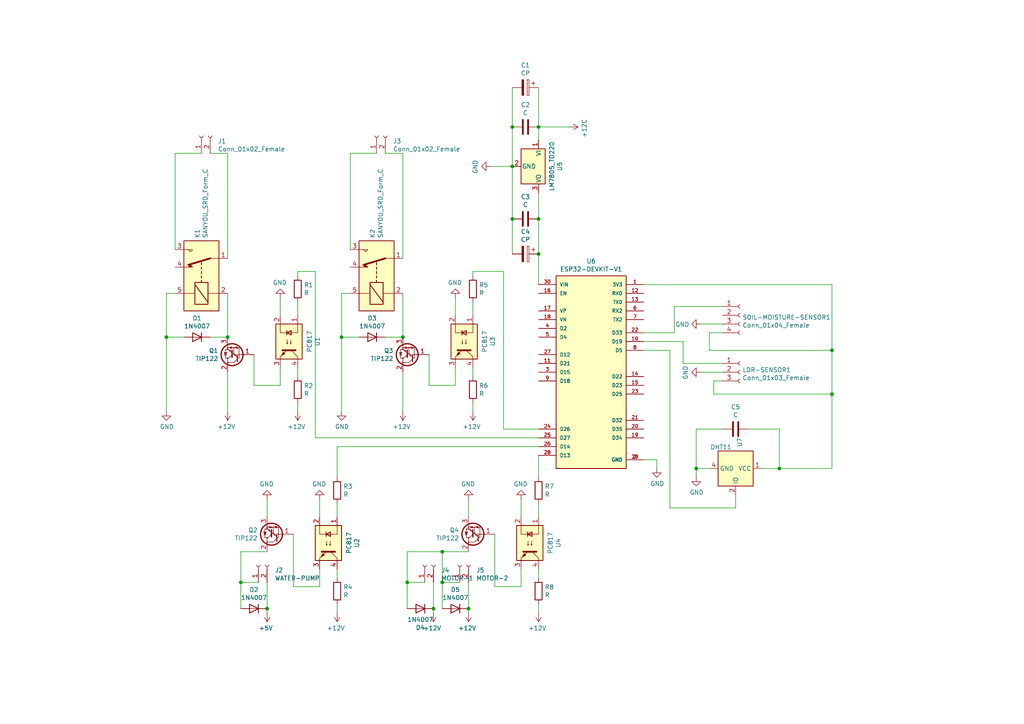
<source format=kicad_sch>
(kicad_sch (version 20211123) (generator eeschema)
  (paper "A4")
  (lib_symbols
    (symbol "Connector:Conn_01x02_Female" (pin_names (offset 1.016) hide)
      (property "Reference" "J" (at 0 2.54 0))
      (property "Value" "Conn_01x02_Female" (at 0 -5.08 0))
      (symbol "Conn_01x02_Female_1_1"
        (arc (start 0 -2.032) (mid -0.508 -2.54) (end 0 -3.048) (stroke (width 0.1524)))
        (polyline (pts (xy -1.27 -2.54) (xy -0.508 -2.54)) (stroke (width 0.1524)))
        (polyline (pts (xy -1.27 0) (xy -0.508 0)) (stroke (width 0.1524)))
        (arc (start 0 0.508) (mid -0.508 0) (end 0 -0.508) (stroke (width 0.1524)))
        (pin passive line (at -5.08 0 0) (length 3.81) (name "Pin_1") (number "1"))
        (pin passive line (at -5.08 -2.54 0) (length 3.81) (name "Pin_2") (number "2"))
      )
    )
    (symbol "Connector:Conn_01x03_Female" (pin_names (offset 1.016) hide)
      (property "Reference" "J" (at 0 5.08 0))
      (property "Value" "Conn_01x03_Female" (at 0 -5.08 0))
      (symbol "Conn_01x03_Female_1_1"
        (arc (start 0 -2.032) (mid -0.508 -2.54) (end 0 -3.048) (stroke (width 0.1524)))
        (polyline (pts (xy -1.27 -2.54) (xy -0.508 -2.54)) (stroke (width 0.1524)))
        (polyline (pts (xy -1.27 0) (xy -0.508 0)) (stroke (width 0.1524)))
        (polyline (pts (xy -1.27 2.54) (xy -0.508 2.54)) (stroke (width 0.1524)))
        (arc (start 0 0.508) (mid -0.508 0) (end 0 -0.508) (stroke (width 0.1524)))
        (arc (start 0 3.048) (mid -0.508 2.54) (end 0 2.032) (stroke (width 0.1524)))
        (pin passive line (at -5.08 2.54 0) (length 3.81) (name "Pin_1") (number "1"))
        (pin passive line (at -5.08 0 0) (length 3.81) (name "Pin_2") (number "2"))
        (pin passive line (at -5.08 -2.54 0) (length 3.81) (name "Pin_3") (number "3"))
      )
    )
    (symbol "Connector:Conn_01x04_Female" (pin_names (offset 1.016) hide)
      (property "Reference" "J" (at 0 5.08 0))
      (property "Value" "Conn_01x04_Female" (at 0 -7.62 0))
      (symbol "Conn_01x04_Female_1_1"
        (arc (start 0 -4.572) (mid -0.508 -5.08) (end 0 -5.588) (stroke (width 0.1524)))
        (arc (start 0 -2.032) (mid -0.508 -2.54) (end 0 -3.048) (stroke (width 0.1524)))
        (polyline (pts (xy -1.27 -5.08) (xy -0.508 -5.08)) (stroke (width 0.1524)))
        (polyline (pts (xy -1.27 -2.54) (xy -0.508 -2.54)) (stroke (width 0.1524)))
        (polyline (pts (xy -1.27 0) (xy -0.508 0)) (stroke (width 0.1524)))
        (polyline (pts (xy -1.27 2.54) (xy -0.508 2.54)) (stroke (width 0.1524)))
        (arc (start 0 0.508) (mid -0.508 0) (end 0 -0.508) (stroke (width 0.1524)))
        (arc (start 0 3.048) (mid -0.508 2.54) (end 0 2.032) (stroke (width 0.1524)))
        (pin passive line (at -5.08 2.54 0) (length 3.81) (name "Pin_1") (number "1"))
        (pin passive line (at -5.08 0 0) (length 3.81) (name "Pin_2") (number "2"))
        (pin passive line (at -5.08 -2.54 0) (length 3.81) (name "Pin_3") (number "3"))
        (pin passive line (at -5.08 -5.08 0) (length 3.81) (name "Pin_4") (number "4"))
      )
    )
    (symbol "Device:C" (pin_numbers hide) (pin_names (offset 0.254))
      (property "Reference" "C" (at 0.635 2.54 0))
      (property "Value" "C" (at 0.635 -2.54 0))
      (symbol "C_0_1"
        (polyline (pts (xy -2.032 -0.762) (xy 2.032 -0.762)) (stroke (width 0.508)))
        (polyline (pts (xy -2.032 0.762) (xy 2.032 0.762)) (stroke (width 0.508)))
      )
      (symbol "C_1_1"
        (pin passive line (at 0 3.81 270) (length 2.794) (name "~") (number "1"))
        (pin passive line (at 0 -3.81 90) (length 2.794) (name "~") (number "2"))
      )
    )
    (symbol "Device:R" (pin_numbers hide) (pin_names (offset 0))
      (property "Reference" "R" (at 2.032 0 90))
      (property "Value" "R" (at 0 0 90))
      (symbol "R_0_1"
        (rectangle (start -1.016 -2.54) (end 1.016 2.54) (stroke (width 0.254)))
      )
      (symbol "R_1_1"
        (pin passive line (at 0 3.81 270) (length 1.27) (name "~") (number "1"))
        (pin passive line (at 0 -3.81 90) (length 1.27) (name "~") (number "2"))
      )
    )
    (symbol "Diode:1N4007" (pin_numbers hide) (pin_names hide)
      (property "Reference" "D" (at 0 2.54 0))
      (property "Value" "1N4007" (at 0 -2.54 0))
      (symbol "1N4007_0_1"
        (polyline (pts (xy -1.27 1.27) (xy -1.27 -1.27)) (stroke (width 0.254)))
        (polyline (pts (xy 1.27 0) (xy -1.27 0)))
        (polyline (pts (xy 1.27 1.27) (xy 1.27 -1.27) (xy -1.27 0) (xy 1.27 1.27)) (stroke (width 0.254)))
      )
      (symbol "1N4007_1_1"
        (pin passive line (at -3.81 0 0) (length 2.54) (name "K") (number "1"))
        (pin passive line (at 3.81 0 180) (length 2.54) (name "A") (number "2"))
      )
    )
    (symbol "Isolator:PC817" (pin_names (offset 1.016))
      (property "Reference" "U" (at -5.08 5.08 0))
      (property "Value" "PC817" (at 0 5.08 0))
      (symbol "PC817_0_1"
        (rectangle (start -5.08 3.81) (end 5.08 -3.81) (stroke (width 0.254)) (fill (type background)))
        (polyline (pts (xy -3.175 -0.635) (xy -1.905 -0.635)) (stroke (width 0.254)))
        (polyline (pts (xy 2.54 0.635) (xy 4.445 2.54)))
        (polyline (pts (xy 4.445 -2.54) (xy 2.54 -0.635)) (fill (type outline)))
        (polyline (pts (xy 4.445 -2.54) (xy 5.08 -2.54)))
        (polyline (pts (xy 4.445 2.54) (xy 5.08 2.54)))
        (polyline (pts (xy -5.08 2.54) (xy -2.54 2.54) (xy -2.54 -0.635)))
        (polyline (pts (xy -2.54 -0.635) (xy -2.54 -2.54) (xy -5.08 -2.54)))
        (polyline (pts (xy 2.54 1.905) (xy 2.54 -1.905) (xy 2.54 -1.905)) (stroke (width 0.508)))
        (polyline (pts (xy -2.54 -0.635) (xy -3.175 0.635) (xy -1.905 0.635) (xy -2.54 -0.635)) (stroke (width 0.254)))
        (polyline (pts (xy -0.508 -0.508) (xy 0.762 -0.508) (xy 0.381 -0.635) (xy 0.381 -0.381) (xy 0.762 -0.508)))
        (polyline (pts (xy -0.508 0.508) (xy 0.762 0.508) (xy 0.381 0.381) (xy 0.381 0.635) (xy 0.762 0.508)))
        (polyline (pts (xy 3.048 -1.651) (xy 3.556 -1.143) (xy 4.064 -2.159) (xy 3.048 -1.651) (xy 3.048 -1.651)) (fill (type outline)))
      )
      (symbol "PC817_1_1"
        (pin passive line (at -7.62 2.54 0) (length 2.54) (name "~") (number "1"))
        (pin passive line (at -7.62 -2.54 0) (length 2.54) (name "~") (number "2"))
        (pin passive line (at 7.62 -2.54 180) (length 2.54) (name "~") (number "3"))
        (pin passive line (at 7.62 2.54 180) (length 2.54) (name "~") (number "4"))
      )
    )
    (symbol "Regulator_Linear:LM7805_TO220" (pin_names (offset 0.254))
      (property "Reference" "U" (at -3.81 3.175 0))
      (property "Value" "LM7805_TO220" (at 0 3.175 0))
      (symbol "LM7805_TO220_0_1"
        (rectangle (start -5.08 1.905) (end 5.08 -5.08) (stroke (width 0.254)) (fill (type background)))
      )
      (symbol "LM7805_TO220_1_1"
        (pin power_in line (at -7.62 0 0) (length 2.54) (name "VI") (number "1"))
        (pin power_in line (at 0 -7.62 90) (length 2.54) (name "GND") (number "2"))
        (pin power_out line (at 7.62 0 180) (length 2.54) (name "VO") (number "3"))
      )
    )
    (symbol "Relay:SANYOU_SRD_Form_C"
      (property "Reference" "K" (at 11.43 3.81 0))
      (property "Value" "SANYOU_SRD_Form_C" (at 11.43 1.27 0))
      (symbol "SANYOU_SRD_Form_C_0_0"
        (polyline (pts (xy 7.62 5.08) (xy 7.62 2.54) (xy 6.985 3.175) (xy 7.62 3.81)))
      )
      (symbol "SANYOU_SRD_Form_C_0_1"
        (rectangle (start -10.16 5.08) (end 10.16 -5.08) (stroke (width 0.254)) (fill (type background)))
        (rectangle (start -8.255 1.905) (end -1.905 -1.905) (stroke (width 0.254)))
        (polyline (pts (xy -7.62 -1.905) (xy -2.54 1.905)) (stroke (width 0.254)))
        (polyline (pts (xy -5.08 -5.08) (xy -5.08 -1.905)))
        (polyline (pts (xy -5.08 5.08) (xy -5.08 1.905)))
        (polyline (pts (xy -1.905 0) (xy -1.27 0)) (stroke (width 0.254)))
        (polyline (pts (xy -0.635 0) (xy 0 0)) (stroke (width 0.254)))
        (polyline (pts (xy 0.635 0) (xy 1.27 0)) (stroke (width 0.254)))
        (polyline (pts (xy 1.905 0) (xy 2.54 0)) (stroke (width 0.254)))
        (polyline (pts (xy 3.175 0) (xy 3.81 0)) (stroke (width 0.254)))
        (polyline (pts (xy 5.08 -2.54) (xy 3.175 3.81)) (stroke (width 0.508)))
        (polyline (pts (xy 5.08 -2.54) (xy 5.08 -5.08)))
      )
      (symbol "SANYOU_SRD_Form_C_1_1"
        (polyline (pts (xy 2.54 3.81) (xy 3.175 3.175) (xy 2.54 2.54) (xy 2.54 5.08)) (fill (type outline)))
        (pin passive line (at 5.08 -7.62 90) (length 2.54) (name "~") (number "1"))
        (pin passive line (at -5.08 -7.62 90) (length 2.54) (name "~") (number "2"))
        (pin passive line (at 7.62 7.62 270) (length 2.54) (name "~") (number "3"))
        (pin passive line (at 2.54 7.62 270) (length 2.54) (name "~") (number "4"))
        (pin passive line (at -5.08 7.62 270) (length 2.54) (name "~") (number "5"))
      )
    )
    (symbol "Sensor:DHT11"
      (property "Reference" "U" (at -3.81 6.35 0))
      (property "Value" "DHT11" (at 3.81 6.35 0))
      (symbol "DHT11_0_1"
        (rectangle (start -5.08 5.08) (end 5.08 -5.08) (stroke (width 0.254)) (fill (type background)))
      )
      (symbol "DHT11_1_1"
        (pin power_in line (at 0 7.62 270) (length 2.54) (name "VCC") (number "1"))
        (pin bidirectional line (at 7.62 0 180) (length 2.54) (name "IO") (number "2"))
        (pin no_connect line (at -5.08 0 0) (length 2.54) hide (name "NC") (number "3"))
        (pin power_in line (at 0 -7.62 90) (length 2.54) (name "GND") (number "4"))
      )
    )
    (symbol "Transistor_BJT:TIP122" (pin_names (offset 0) hide)
      (property "Reference" "Q" (at 5.08 1.905 0))
      (property "Value" "TIP122" (at 5.08 0 0))
      (symbol "TIP122_0_1"
        (circle (center -0.762 0) (radius 0.127))
        (polyline (pts (xy -1.27 0) (xy -0.889 0)))
        (polyline (pts (xy 2.54 -2.032) (xy 2.54 -2.54)))
        (polyline (pts (xy 2.54 -1.524) (xy 3.175 -1.524)))
        (polyline (pts (xy 2.794 0.127) (xy 3.556 0.127)))
        (polyline (pts (xy 3.175 -0.635) (xy 3.175 -1.524)))
        (polyline (pts (xy 3.175 1.016) (xy 2.54 1.016)))
        (polyline (pts (xy 3.175 1.016) (xy 3.175 0.127)))
        (polyline (pts (xy -0.254 0.762) (xy 0.762 -0.254) (xy 1.27 -0.254)))
        (polyline (pts (xy -0.254 1.016) (xy -0.762 1.016) (xy -0.762 -2.032)))
        (polyline (pts (xy -0.254 1.27) (xy 0.762 2.286) (xy 2.54 2.286)))
        (polyline (pts (xy -0.254 2.032) (xy -0.254 0) (xy -0.254 0)) (stroke (width 0.3048)))
        (polyline (pts (xy 1.27 0.762) (xy 1.27 -1.27) (xy 1.27 -1.27)) (stroke (width 0.381)))
        (polyline (pts (xy 0.635 -0.127) (xy 0.381 0.381) (xy 0.127 0.127) (xy 0.635 -0.127)))
        (polyline (pts (xy 1.27 -0.508) (xy 2.286 -1.524) (xy 2.54 -1.524) (xy 2.54 -2.032)))
        (polyline (pts (xy 1.27 0) (xy 2.286 1.016) (xy 2.54 1.016) (xy 2.54 2.286)))
        (polyline (pts (xy 2.159 -1.397) (xy 1.905 -0.889) (xy 1.651 -1.143) (xy 2.159 -1.397)))
        (polyline (pts (xy 3.175 0.127) (xy 2.794 -0.635) (xy 3.556 -0.635) (xy 3.175 0.127)) (fill (type outline)))
        (polyline (pts (xy 0.762 -2.032) (xy 0.381 -2.032) (xy 0.254 -2.286) (xy 0.127 -1.778) (xy 0 -2.286) (xy -0.127 -1.778) (xy -0.254 -2.286) (xy -0.381 -1.778) (xy -0.508 -2.032) (xy -0.762 -2.032)))
        (polyline (pts (xy 0.762 -0.254) (xy 0.762 -2.032) (xy 1.143 -2.032) (xy 1.27 -1.778) (xy 1.397 -2.286) (xy 1.524 -1.778) (xy 1.651 -2.286) (xy 1.778 -1.778) (xy 1.905 -2.286) (xy 2.032 -2.032) (xy 2.54 -2.032)))
        (circle (center 0.762 -2.032) (radius 0.127))
        (circle (center 0.762 -0.254) (radius 0.127))
        (circle (center 1.27 0) (radius 3.175) (stroke (width 0.3556)))
        (circle (center 2.54 -2.032) (radius 0.127))
        (circle (center 2.54 -1.524) (radius 0.127))
        (circle (center 2.54 1.016) (radius 0.127))
        (circle (center 2.54 2.286) (radius 0.127))
      )
      (symbol "TIP122_1_1"
        (pin input line (at -5.08 0 0) (length 3.81) (name "B") (number "1"))
        (pin passive line (at 2.54 5.08 270) (length 2.667) (name "C") (number "2"))
        (pin passive line (at 2.54 -5.08 90) (length 2.54) (name "E") (number "3"))
      )
    )
    (symbol "green_house-rescue:CP-Device" (pin_numbers hide) (pin_names (offset 0.254))
      (property "Reference" "C" (at 0.635 2.54 0))
      (property "Value" "CP-Device" (at 0.635 -2.54 0))
      (symbol "CP-Device_0_1"
        (rectangle (start -2.286 0.508) (end 2.286 1.016))
        (polyline (pts (xy -1.778 2.286) (xy -0.762 2.286)))
        (polyline (pts (xy -1.27 2.794) (xy -1.27 1.778)))
        (rectangle (start 2.286 -0.508) (end -2.286 -1.016) (fill (type outline)))
      )
      (symbol "CP-Device_1_1"
        (pin passive line (at 0 3.81 270) (length 2.794) (name "~") (number "1"))
        (pin passive line (at 0 -3.81 90) (length 2.794) (name "~") (number "2"))
      )
    )
    (symbol "green_house-rescue:ESP32-DEVKIT-V1-ESP32-DEVKIT-V1" (pin_names (offset 1.016))
      (property "Reference" "U" (at -10.16 30.48 0))
      (property "Value" "ESP32-DEVKIT-V1-ESP32-DEVKIT-V1" (at -10.16 -30.48 0))
      (symbol "ESP32-DEVKIT-V1-ESP32-DEVKIT-V1_0_0"
        (rectangle (start -10.16 -27.94) (end 10.16 27.94) (stroke (width 0.254)) (fill (type background)))
        (pin output line (at 15.24 25.4 180) (length 5.08) (name "3V3") (number "1"))
        (pin bidirectional line (at 15.24 8.89 180) (length 5.08) (name "D19") (number "10"))
        (pin bidirectional line (at -15.24 2.54 0) (length 5.08) (name "D21") (number "11"))
        (pin input line (at 15.24 22.86 180) (length 5.08) (name "RX0") (number "12"))
        (pin output line (at 15.24 20.32 180) (length 5.08) (name "TX0") (number "13"))
        (pin bidirectional line (at 15.24 -1.27 180) (length 5.08) (name "D22") (number "14"))
        (pin bidirectional line (at 15.24 -3.81 180) (length 5.08) (name "D23") (number "15"))
        (pin input line (at -15.24 22.86 0) (length 5.08) (name "EN") (number "16"))
        (pin bidirectional line (at -15.24 17.78 0) (length 5.08) (name "VP") (number "17"))
        (pin bidirectional line (at -15.24 15.24 0) (length 5.08) (name "VN") (number "18"))
        (pin bidirectional line (at 15.24 -19.05 180) (length 5.08) (name "D34") (number "19"))
        (pin power_in line (at 15.24 -25.4 180) (length 5.08) (name "GND") (number "2"))
        (pin bidirectional line (at 15.24 -16.51 180) (length 5.08) (name "D35") (number "20"))
        (pin bidirectional line (at 15.24 -13.97 180) (length 5.08) (name "D32") (number "21"))
        (pin bidirectional line (at 15.24 11.43 180) (length 5.08) (name "D33") (number "22"))
        (pin bidirectional line (at 15.24 -6.35 180) (length 5.08) (name "D25") (number "23"))
        (pin bidirectional line (at -15.24 -16.51 0) (length 5.08) (name "D26") (number "24"))
        (pin bidirectional line (at -15.24 -19.05 0) (length 5.08) (name "D27") (number "25"))
        (pin bidirectional line (at -15.24 -21.59 0) (length 5.08) (name "D14") (number "26"))
        (pin bidirectional line (at -15.24 5.08 0) (length 5.08) (name "D12") (number "27"))
        (pin bidirectional line (at -15.24 -24.13 0) (length 5.08) (name "D13") (number "28"))
        (pin power_in line (at 15.24 -25.4 180) (length 5.08) (name "GND") (number "29"))
        (pin bidirectional line (at -15.24 0 0) (length 5.08) (name "D15") (number "3"))
        (pin input line (at -15.24 25.4 0) (length 5.08) (name "VIN") (number "30"))
        (pin bidirectional line (at -15.24 12.7 0) (length 5.08) (name "D2") (number "4"))
        (pin bidirectional line (at -15.24 10.16 0) (length 5.08) (name "D4") (number "5"))
        (pin input line (at 15.24 17.78 180) (length 5.08) (name "RX2") (number "6"))
        (pin output line (at 15.24 15.24 180) (length 5.08) (name "TX2") (number "7"))
        (pin bidirectional line (at 15.24 6.35 180) (length 5.08) (name "D5") (number "8"))
        (pin bidirectional line (at -15.24 -2.54 0) (length 5.08) (name "D18") (number "9"))
      )
    )
    (symbol "power:+12C" (power) (pin_names (offset 0))
      (property "Value" "+12C" (at 0 3.81 0))
      (symbol "+12C_0_1"
        (polyline (pts (xy -0.762 1.27) (xy 0 2.54)))
        (polyline (pts (xy 0 0) (xy 0 2.54)))
        (polyline (pts (xy 0 2.54) (xy 0.762 1.27)))
      )
      (symbol "+12C_1_1"
        (pin power_in line (at 0 0 90) (length 0) hide (name "+12C") (number "1"))
      )
    )
    (symbol "power:+12V" (power) (pin_names (offset 0))
      (property "Value" "+12V" (at 0 3.556 0))
      (symbol "+12V_0_1"
        (polyline (pts (xy -0.762 1.27) (xy 0 2.54)))
        (polyline (pts (xy 0 0) (xy 0 2.54)))
        (polyline (pts (xy 0 2.54) (xy 0.762 1.27)))
      )
      (symbol "+12V_1_1"
        (pin power_in line (at 0 0 90) (length 0) hide (name "+12V") (number "1"))
      )
    )
    (symbol "power:+5V" (power) (pin_names (offset 0))
      (property "Value" "+5V" (at 0 3.556 0))
      (symbol "+5V_0_1"
        (polyline (pts (xy -0.762 1.27) (xy 0 2.54)))
        (polyline (pts (xy 0 0) (xy 0 2.54)))
        (polyline (pts (xy 0 2.54) (xy 0.762 1.27)))
      )
      (symbol "+5V_1_1"
        (pin power_in line (at 0 0 90) (length 0) hide (name "+5V") (number "1"))
      )
    )
    (symbol "power:GND" (power) (pin_names (offset 0))
      (property "Value" "GND" (at 0 -3.81 0))
      (symbol "GND_0_1"
        (polyline (pts (xy 0 0) (xy 0 -1.27) (xy 1.27 -1.27) (xy 0 -2.54) (xy -1.27 -1.27) (xy 0 -1.27)))
      )
      (symbol "GND_1_1"
        (pin power_in line (at 0 0 270) (length 0) hide (name "GND") (number "1"))
      )
    )
  )
  (junction (at 69.85 168.91))
  (junction (at 156.21 36.83))
  (junction (at 77.47 176.53))
  (junction (at 148.59 36.83))
  (junction (at 125.73 176.53))
  (junction (at 226.06 135.89))
  (junction (at 201.93 135.89))
  (junction (at 156.21 73.66))
  (junction (at 241.3 114.3))
  (junction (at 148.59 48.26))
  (junction (at 128.27 160.02))
  (junction (at 148.59 63.5))
  (junction (at 48.26 97.79))
  (junction (at 116.84 97.79))
  (junction (at 118.11 168.91))
  (junction (at 241.3 101.6))
  (junction (at 128.27 168.91))
  (junction (at 99.06 97.79))
  (junction (at 66.04 97.79))
  (junction (at 156.21 63.5))
  (junction (at 135.89 176.53))
  (wire (pts (xy 111.76 44.45) (xy 116.84 44.45)))
  (wire (pts (xy 198.12 99.06) (xy 186.69 99.06)))
  (wire (pts (xy 116.84 107.95) (xy 116.84 119.38)))
  (wire (pts (xy 66.04 107.95) (xy 66.04 119.38)))
  (wire (pts (xy 125.73 177.8) (xy 125.73 176.53)))
  (wire (pts (xy 226.06 135.89) (xy 241.3 135.89)))
  (wire (pts (xy 146.05 124.46) (xy 146.05 78.74)))
  (wire (pts (xy 137.16 119.38) (xy 137.16 116.84)))
  (wire (pts (xy 156.21 138.43) (xy 156.21 132.08)))
  (wire (pts (xy 201.93 124.46) (xy 201.93 135.89)))
  (wire (pts (xy 86.36 78.74) (xy 91.44 78.74)))
  (wire (pts (xy 209.55 105.41) (xy 198.12 105.41)))
  (wire (pts (xy 81.28 106.68) (xy 81.28 111.76)))
  (wire (pts (xy 151.13 165.1) (xy 151.13 170.18)))
  (wire (pts (xy 91.44 127) (xy 156.21 127)))
  (wire (pts (xy 205.74 101.6) (xy 241.3 101.6)))
  (wire (pts (xy 77.47 177.8) (xy 77.47 176.53)))
  (wire (pts (xy 156.21 55.88) (xy 156.21 63.5)))
  (wire (pts (xy 156.21 149.86) (xy 156.21 146.05)))
  (wire (pts (xy 69.85 160.02) (xy 77.47 160.02)))
  (wire (pts (xy 148.59 63.5) (xy 148.59 48.26)))
  (wire (pts (xy 143.51 170.18) (xy 151.13 170.18)))
  (wire (pts (xy 99.06 85.09) (xy 99.06 97.79)))
  (wire (pts (xy 128.27 168.91) (xy 128.27 160.02)))
  (wire (pts (xy 86.36 80.01) (xy 86.36 78.74)))
  (wire (pts (xy 137.16 78.74) (xy 137.16 80.01)))
  (wire (pts (xy 198.12 105.41) (xy 198.12 99.06)))
  (wire (pts (xy 146.05 78.74) (xy 137.16 78.74)))
  (wire (pts (xy 148.59 73.66) (xy 148.59 63.5)))
  (wire (pts (xy 213.36 143.51) (xy 213.36 147.32)))
  (wire (pts (xy 118.11 160.02) (xy 128.27 160.02)))
  (wire (pts (xy 190.5 135.89) (xy 190.5 133.35)))
  (wire (pts (xy 86.36 109.22) (xy 86.36 106.68)))
  (wire (pts (xy 190.5 133.35) (xy 186.69 133.35)))
  (wire (pts (xy 186.69 82.55) (xy 241.3 82.55)))
  (wire (pts (xy 48.26 97.79) (xy 48.26 119.38)))
  (wire (pts (xy 73.66 111.76) (xy 81.28 111.76)))
  (wire (pts (xy 48.26 85.09) (xy 50.8 85.09)))
  (wire (pts (xy 101.6 72.39) (xy 101.6 44.45)))
  (wire (pts (xy 194.31 147.32) (xy 213.36 147.32)))
  (wire (pts (xy 194.31 101.6) (xy 194.31 147.32)))
  (wire (pts (xy 128.27 160.02) (xy 135.89 160.02)))
  (wire (pts (xy 201.93 138.43) (xy 201.93 135.89)))
  (wire (pts (xy 99.06 97.79) (xy 99.06 119.38)))
  (wire (pts (xy 156.21 73.66) (xy 156.21 63.5)))
  (wire (pts (xy 156.21 124.46) (xy 146.05 124.46)))
  (wire (pts (xy 217.17 124.46) (xy 226.06 124.46)))
  (wire (pts (xy 203.2 107.95) (xy 209.55 107.95)))
  (wire (pts (xy 97.79 149.86) (xy 97.79 146.05)))
  (wire (pts (xy 241.3 114.3) (xy 241.3 135.89)))
  (wire (pts (xy 209.55 96.52) (xy 205.74 96.52)))
  (wire (pts (xy 118.11 168.91) (xy 118.11 160.02)))
  (wire (pts (xy 111.76 97.79) (xy 116.84 97.79)))
  (wire (pts (xy 91.44 78.74) (xy 91.44 127)))
  (wire (pts (xy 205.74 96.52) (xy 205.74 101.6)))
  (wire (pts (xy 209.55 110.49) (xy 207.01 110.49)))
  (wire (pts (xy 116.84 44.45) (xy 116.84 74.93)))
  (wire (pts (xy 151.13 144.78) (xy 151.13 149.86)))
  (wire (pts (xy 207.01 110.49) (xy 207.01 114.3)))
  (wire (pts (xy 128.27 168.91) (xy 128.27 176.53)))
  (wire (pts (xy 125.73 168.91) (xy 125.73 176.53)))
  (wire (pts (xy 241.3 82.55) (xy 241.3 101.6)))
  (wire (pts (xy 156.21 73.66) (xy 156.21 82.55)))
  (wire (pts (xy 194.31 101.6) (xy 186.69 101.6)))
  (wire (pts (xy 186.69 96.52) (xy 195.58 96.52)))
  (wire (pts (xy 97.79 177.8) (xy 97.79 175.26)))
  (wire (pts (xy 156.21 167.64) (xy 156.21 165.1)))
  (wire (pts (xy 132.08 86.36) (xy 132.08 91.44)))
  (wire (pts (xy 118.11 168.91) (xy 118.11 176.53)))
  (wire (pts (xy 66.04 85.09) (xy 66.04 97.79)))
  (wire (pts (xy 124.46 111.76) (xy 132.08 111.76)))
  (wire (pts (xy 48.26 85.09) (xy 48.26 97.79)))
  (wire (pts (xy 85.09 170.18) (xy 92.71 170.18)))
  (wire (pts (xy 226.06 124.46) (xy 226.06 135.89)))
  (wire (pts (xy 195.58 88.9) (xy 209.55 88.9)))
  (wire (pts (xy 66.04 44.45) (xy 66.04 74.93)))
  (wire (pts (xy 137.16 91.44) (xy 137.16 87.63)))
  (wire (pts (xy 69.85 168.91) (xy 69.85 176.53)))
  (wire (pts (xy 142.24 48.26) (xy 148.59 48.26)))
  (wire (pts (xy 116.84 85.09) (xy 116.84 97.79)))
  (wire (pts (xy 135.89 177.8) (xy 135.89 176.53)))
  (wire (pts (xy 69.85 168.91) (xy 69.85 160.02)))
  (wire (pts (xy 60.96 97.79) (xy 66.04 97.79)))
  (wire (pts (xy 73.66 102.87) (xy 73.66 111.76)))
  (wire (pts (xy 77.47 149.86) (xy 77.47 144.78)))
  (wire (pts (xy 156.21 40.64) (xy 156.21 36.83)))
  (wire (pts (xy 135.89 168.91) (xy 135.89 176.53)))
  (wire (pts (xy 104.14 97.79) (xy 99.06 97.79)))
  (wire (pts (xy 81.28 86.36) (xy 81.28 91.44)))
  (wire (pts (xy 123.19 168.91) (xy 118.11 168.91)))
  (wire (pts (xy 156.21 177.8) (xy 156.21 175.26)))
  (wire (pts (xy 195.58 96.52) (xy 195.58 88.9)))
  (wire (pts (xy 60.96 44.45) (xy 66.04 44.45)))
  (wire (pts (xy 85.09 154.94) (xy 85.09 170.18)))
  (wire (pts (xy 203.2 93.98) (xy 209.55 93.98)))
  (wire (pts (xy 133.35 168.91) (xy 128.27 168.91)))
  (wire (pts (xy 156.21 129.54) (xy 97.79 129.54)))
  (wire (pts (xy 97.79 167.64) (xy 97.79 165.1)))
  (wire (pts (xy 53.34 97.79) (xy 48.26 97.79)))
  (wire (pts (xy 99.06 85.09) (xy 101.6 85.09)))
  (wire (pts (xy 92.71 165.1) (xy 92.71 170.18)))
  (wire (pts (xy 209.55 124.46) (xy 201.93 124.46)))
  (wire (pts (xy 156.21 36.83) (xy 156.21 25.4)))
  (wire (pts (xy 148.59 36.83) (xy 148.59 25.4)))
  (wire (pts (xy 241.3 101.6) (xy 241.3 114.3)))
  (wire (pts (xy 86.36 91.44) (xy 86.36 87.63)))
  (wire (pts (xy 77.47 168.91) (xy 77.47 176.53)))
  (wire (pts (xy 86.36 119.38) (xy 86.36 116.84)))
  (wire (pts (xy 74.93 168.91) (xy 69.85 168.91)))
  (wire (pts (xy 97.79 129.54) (xy 97.79 138.43)))
  (wire (pts (xy 101.6 44.45) (xy 109.22 44.45)))
  (wire (pts (xy 143.51 154.94) (xy 143.51 170.18)))
  (wire (pts (xy 220.98 135.89) (xy 226.06 135.89)))
  (wire (pts (xy 201.93 135.89) (xy 205.74 135.89)))
  (wire (pts (xy 135.89 149.86) (xy 135.89 144.78)))
  (wire (pts (xy 137.16 109.22) (xy 137.16 106.68)))
  (wire (pts (xy 92.71 144.78) (xy 92.71 149.86)))
  (wire (pts (xy 50.8 72.39) (xy 50.8 44.45)))
  (wire (pts (xy 148.59 48.26) (xy 148.59 36.83)))
  (wire (pts (xy 50.8 44.45) (xy 58.42 44.45)))
  (wire (pts (xy 124.46 102.87) (xy 124.46 111.76)))
  (wire (pts (xy 132.08 106.68) (xy 132.08 111.76)))
  (wire (pts (xy 156.21 36.83) (xy 165.1 36.83)))
  (wire (pts (xy 207.01 114.3) (xy 241.3 114.3)))
  (symbol (lib_id "Sensor:DHT11") (at 213.36 135.89 270) (unit 1)
    (property "Reference" "U7" (at 214.5284 129.6924 0) (effects (justify right)))
    (property "Value" "DHT11" (at 212.217 129.6924 90) (effects (justify right)))
    (property "Footprint" "Sensor:Aosong_DHT11_5.5x12.0_P2.54mm" (effects hide))
    (property "Datasheet" "http://akizukidenshi.com/download/ds/aosong/DHT11.pdf" (effects hide))
  )
  (symbol (lib_id "Connector:Conn_01x03_Female") (at 214.63 107.95 0) (unit 1)
    (property "Reference" "LDR-SENSOR1" (at 215.3412 107.2896 0) (effects (justify left)))
    (property "Value" "Conn_01x03_Female" (at 215.3412 109.601 0) (effects (justify left)))
    (property "Footprint" "TerminalBlock_4Ucon:TerminalBlock_4Ucon_1x03_P3.50mm_Vertical" (effects hide))
  )
  (symbol (lib_id "Connector:Conn_01x04_Female") (at 214.63 91.44 0) (unit 1)
    (property "Reference" "SOIL-MOISTURE-SENSOR1" (at 215.3412 92.0496 0) (effects (justify left)))
    (property "Value" "Conn_01x04_Female" (at 215.3412 94.361 0) (effects (justify left)))
    (property "Footprint" "TerminalBlock_4Ucon:TerminalBlock_4Ucon_1x04_P3.50mm_Horizontal" (effects hide))
  )
  (symbol (lib_id "green_house-rescue:ESP32-DEVKIT-V1-ESP32-DEVKIT-V1") (at 171.45 107.95 0) (unit 1)
    (property "Reference" "U6" (at 171.45 75.7682 0))
    (property "Value" "ESP32-DEVKIT-V1" (at 171.45 78.0796 0))
    (property "Footprint" "MODULE_ESP32_DEVKIT_V1" (effects hide))
    (property "MF" "Do it" (effects hide))
    (property "MAXIMUM_PACKAGE_HEIGHT" "6.8 mm" (effects hide))
    (property "Package" "None" (effects hide))
    (property "Price" "None" (effects hide))
    (property "Check_prices" "https://www.snapeda.com/parts/ESP32-DEVKIT-V1/Do+it/view-part/?ref=eda" (effects hide))
    (property "STANDARD" "Manufacturer Recommendations" (effects hide))
    (property "PARTREV" "N/A" (effects hide))
    (property "SnapEDA_Link" "https://www.snapeda.com/parts/ESP32-DEVKIT-V1/Do+it/view-part/?ref=snap" (effects hide))
    (property "MP" "ESP32-DEVKIT-V1" (effects hide))
    (property "Description" "\\nDual core, Wi-Fi: 2.4 GHz up to 150 Mbits/s,BLE (Bluetooth Low Energy) and legacy Bluetooth, 32 bits, Up to 240 MHz\\n" (effects hide))
    (property "Availability" "Not in stock" (effects hide))
    (property "MANUFACTURER" "DOIT" (effects hide))
  )
  (symbol (lib_id "power:GND") (at 203.2 107.95 270) (unit 1)
    (property "Reference" "#PWR0102" (effects hide))
    (property "Value" "GND" (at 198.8058 108.077 0))
  )
  (symbol (lib_id "power:GND") (at 201.93 138.43 0) (unit 1)
    (property "Reference" "#PWR0103" (effects hide))
    (property "Value" "GND" (at 202.057 142.8242 0))
  )
  (symbol (lib_id "power:GND") (at 190.5 135.89 0) (unit 1)
    (property "Reference" "#PWR0106" (effects hide))
    (property "Value" "GND" (at 190.627 140.2842 0))
  )
  (symbol (lib_id "Device:C") (at 213.36 124.46 270) (unit 1)
    (property "Reference" "C5" (at 213.36 118.0592 90))
    (property "Value" "C" (at 213.36 120.3706 90))
    (property "Footprint" "Capacitor_THT:C_Radial_D12.5mm_H25.0mm_P5.00mm" (effects hide))
  )
  (symbol (lib_id "Regulator_Linear:LM7805_TO220") (at 156.21 48.26 270) (unit 1)
    (property "Reference" "U5" (at 162.3568 48.26 0))
    (property "Value" "LM7805_TO220" (at 160.0454 48.26 0))
    (property "Footprint" "Package_TO_SOT_THT:TO-220-3_Vertical" (effects hide))
    (property "Datasheet" "http://www.fairchildsemi.com/ds/LM/LM7805.pdf" (effects hide))
  )
  (symbol (lib_id "power:+12C") (at 165.1 36.83 270) (unit 1)
    (property "Reference" "#PWR0105" (effects hide))
    (property "Value" "+12C" (at 169.4942 37.211 0))
  )
  (symbol (lib_id "power:GND") (at 142.24 48.26 270) (unit 1)
    (property "Reference" "#PWR0104" (effects hide))
    (property "Value" "GND" (at 137.8458 48.387 0))
  )
  (symbol (lib_id "Device:C") (at 152.4 36.83 270) (unit 1)
    (property "Reference" "C2" (at 152.4 30.4292 90))
    (property "Value" "C" (at 152.4 32.7406 90))
    (property "Footprint" "Capacitor_THT:C_Radial_D12.5mm_H25.0mm_P5.00mm" (effects hide))
  )
  (symbol (lib_id "Device:C") (at 152.4 63.5 270) (unit 1)
    (property "Reference" "C3" (at 152.4 57.0992 90))
    (property "Value" "C" (at 152.4 59.4106 90))
    (property "Footprint" "Capacitor_THT:C_Radial_D12.5mm_H25.0mm_P5.00mm" (effects hide))
  )
  (symbol (lib_id "green_house-rescue:CP-Device") (at 152.4 73.66 270) (unit 1)
    (property "Reference" "C4" (at 152.4 67.183 90))
    (property "Value" "CP" (at 152.4 69.4944 90))
    (property "Footprint" "Capacitor_THT:C_Radial_D12.5mm_H25.0mm_P5.00mm" (effects hide))
  )
  (symbol (lib_id "green_house-rescue:CP-Device") (at 152.4 25.4 270) (unit 1)
    (property "Reference" "C1" (at 152.4 18.923 90))
    (property "Value" "CP" (at 152.4 21.2344 90))
    (property "Footprint" "Capacitor_THT:C_Radial_D12.5mm_H25.0mm_P5.00mm" (effects hide))
  )
  (symbol (lib_id "power:GND") (at 203.2 93.98 270) (unit 1)
    (property "Reference" "#PWR0101" (effects hide))
    (property "Value" "GND" (at 199.9488 94.107 90) (effects (justify right)))
  )
  (symbol (lib_id "Device:R") (at 156.21 142.24 0) (unit 1)
    (property "Reference" "R7" (at 157.988 141.0716 0) (effects (justify left)))
    (property "Value" "R" (at 157.988 143.383 0) (effects (justify left)))
    (property "Footprint" "Resistor_THT:R_Axial_DIN0614_L14.3mm_D5.7mm_P25.40mm_Horizontal" (effects hide))
  )
  (symbol (lib_id "Isolator:PC817") (at 153.67 157.48 270) (unit 1)
    (property "Reference" "U4" (at 161.925 157.48 0))
    (property "Value" "PC817" (at 159.6136 157.48 0))
    (property "Footprint" "Package_DIP:DIP-4_W7.62mm" (effects hide))
    (property "Datasheet" "http://www.soselectronic.cz/a_info/resource/d/pc817.pdf" (effects hide))
  )
  (symbol (lib_id "power:GND") (at 151.13 144.78 180) (unit 1)
    (property "Reference" "#PWR0110" (effects hide))
    (property "Value" "GND" (at 151.003 140.3858 0))
  )
  (symbol (lib_id "Device:R") (at 156.21 171.45 0) (unit 1)
    (property "Reference" "R8" (at 157.988 170.2816 0) (effects (justify left)))
    (property "Value" "R" (at 157.988 172.593 0) (effects (justify left)))
    (property "Footprint" "Resistor_THT:R_Axial_DIN0614_L14.3mm_D5.7mm_P25.40mm_Horizontal" (effects hide))
  )
  (symbol (lib_id "power:+12V") (at 156.21 177.8 180) (unit 1)
    (property "Reference" "#PWR0112" (effects hide))
    (property "Value" "+12V" (at 155.829 182.1942 0))
  )
  (symbol (lib_id "Transistor_BJT:TIP122") (at 138.43 154.94 180) (unit 1)
    (property "Reference" "Q4" (at 133.1722 153.7716 0) (effects (justify left)))
    (property "Value" "TIP122" (at 133.1722 156.083 0) (effects (justify left)))
    (property "Footprint" "Package_TO_SOT_THT:TO-220-3_Vertical" (effects hide))
    (property "Datasheet" "http://www.fairchildsemi.com/ds/TI/TIP120.pdf" (effects hide))
  )
  (symbol (lib_id "power:GND") (at 135.89 144.78 180) (unit 1)
    (property "Reference" "#PWR0111" (effects hide))
    (property "Value" "GND" (at 135.763 140.3858 0))
  )
  (symbol (lib_id "Connector:Conn_01x02_Female") (at 123.19 163.83 90) (unit 1)
    (property "Reference" "J4" (at 127.9652 165.4048 90) (effects (justify right)))
    (property "Value" "MOTOR-1" (at 127.9652 167.7162 90) (effects (justify right)))
    (property "Footprint" "TestPoint:TestPoint_2Pads_Pitch5.08mm_Drill1.3mm" (effects hide))
  )
  (symbol (lib_id "Connector:Conn_01x02_Female") (at 133.35 163.83 90) (unit 1)
    (property "Reference" "J5" (at 138.1252 165.4048 90) (effects (justify right)))
    (property "Value" "MOTOR-2" (at 138.1252 167.7162 90) (effects (justify right)))
    (property "Footprint" "TestPoint:TestPoint_2Pads_Pitch5.08mm_Drill1.3mm" (effects hide))
  )
  (symbol (lib_id "power:+12V") (at 135.89 177.8 180) (unit 1)
    (property "Reference" "#PWR0113" (effects hide))
    (property "Value" "+12V" (at 135.509 182.1942 0))
  )
  (symbol (lib_id "power:+12V") (at 125.73 177.8 180) (unit 1)
    (property "Reference" "#PWR0109" (effects hide))
    (property "Value" "+12V" (at 125.349 182.1942 0))
  )
  (symbol (lib_id "Diode:1N4007") (at 121.92 176.53 180) (unit 1)
    (property "Reference" "D4" (at 121.92 182.0164 0))
    (property "Value" "1N4007" (at 121.92 179.705 0))
    (property "Footprint" "Diode_THT:D_DO-41_SOD81_P10.16mm_Horizontal" (effects hide))
    (property "Datasheet" "http://www.vishay.com/docs/88503/1n4001.pdf" (effects hide))
  )
  (symbol (lib_id "Diode:1N4007") (at 132.08 176.53 180) (unit 1)
    (property "Reference" "D5" (at 132.08 171.0436 0))
    (property "Value" "1N4007" (at 132.08 173.355 0))
    (property "Footprint" "Diode_THT:D_DO-41_SOD81_P10.16mm_Horizontal" (effects hide))
    (property "Datasheet" "http://www.vishay.com/docs/88503/1n4001.pdf" (effects hide))
  )
  (symbol (lib_id "Device:R") (at 97.79 142.24 0) (unit 1)
    (property "Reference" "R3" (at 99.568 141.0716 0) (effects (justify left)))
    (property "Value" "R" (at 99.568 143.383 0) (effects (justify left)))
    (property "Footprint" "Resistor_THT:R_Axial_DIN0614_L14.3mm_D5.7mm_P25.40mm_Horizontal" (effects hide))
  )
  (symbol (lib_id "Isolator:PC817") (at 95.25 157.48 270) (unit 1)
    (property "Reference" "U2" (at 103.505 157.48 0))
    (property "Value" "PC817" (at 101.1936 157.48 0))
    (property "Footprint" "Package_DIP:DIP-4_W7.62mm" (effects hide))
    (property "Datasheet" "http://www.soselectronic.cz/a_info/resource/d/pc817.pdf" (effects hide))
  )
  (symbol (lib_id "power:GND") (at 92.71 144.78 180) (unit 1)
    (property "Reference" "#PWR0118" (effects hide))
    (property "Value" "GND" (at 92.583 140.3858 0))
  )
  (symbol (lib_id "Device:R") (at 97.79 171.45 0) (unit 1)
    (property "Reference" "R4" (at 99.568 170.2816 0) (effects (justify left)))
    (property "Value" "R" (at 99.568 172.593 0) (effects (justify left)))
    (property "Footprint" "Resistor_THT:R_Axial_DIN0614_L14.3mm_D5.7mm_P25.40mm_Horizontal" (effects hide))
  )
  (symbol (lib_id "power:+12V") (at 97.79 177.8 180) (unit 1)
    (property "Reference" "#PWR0114" (effects hide))
    (property "Value" "+12V" (at 97.409 182.1942 0))
  )
  (symbol (lib_id "Transistor_BJT:TIP122") (at 80.01 154.94 180) (unit 1)
    (property "Reference" "Q2" (at 74.7522 153.7716 0) (effects (justify left)))
    (property "Value" "TIP122" (at 74.7522 156.083 0) (effects (justify left)))
    (property "Footprint" "Package_TO_SOT_THT:TO-220-3_Vertical" (effects hide))
    (property "Datasheet" "http://www.fairchildsemi.com/ds/TI/TIP120.pdf" (effects hide))
  )
  (symbol (lib_id "power:GND") (at 77.47 144.78 180) (unit 1)
    (property "Reference" "#PWR0119" (effects hide))
    (property "Value" "GND" (at 77.343 140.3858 0))
  )
  (symbol (lib_id "Connector:Conn_01x02_Female") (at 74.93 163.83 90) (unit 1)
    (property "Reference" "J2" (at 79.7052 165.4048 90) (effects (justify right)))
    (property "Value" "WATER-PUMP" (at 79.7052 167.7162 90) (effects (justify right)))
    (property "Footprint" "TestPoint:TestPoint_2Pads_Pitch5.08mm_Drill1.3mm" (effects hide))
  )
  (symbol (lib_id "Diode:1N4007") (at 73.66 176.53 180) (unit 1)
    (property "Reference" "D2" (at 73.66 171.0436 0))
    (property "Value" "1N4007" (at 73.66 173.355 0))
    (property "Footprint" "Diode_THT:D_DO-41_SOD81_P10.16mm_Horizontal" (effects hide))
    (property "Datasheet" "http://www.vishay.com/docs/88503/1n4001.pdf" (effects hide))
  )
  (symbol (lib_id "power:+5V") (at 77.47 177.8 180) (unit 1)
    (property "Reference" "#PWR0117" (effects hide))
    (property "Value" "+5V" (at 77.089 182.1942 0))
  )
  (symbol (lib_id "Device:R") (at 86.36 113.03 0) (unit 1)
    (property "Reference" "R2" (at 88.138 111.8616 0) (effects (justify left)))
    (property "Value" "R" (at 88.138 114.173 0) (effects (justify left)))
    (property "Footprint" "Resistor_THT:R_Axial_DIN0614_L14.3mm_D5.7mm_P25.40mm_Horizontal" (effects hide))
  )
  (symbol (lib_id "power:GND") (at 81.28 86.36 180) (unit 1)
    (property "Reference" "#PWR0116" (effects hide))
    (property "Value" "GND" (at 81.153 81.9658 0))
  )
  (symbol (lib_id "Isolator:PC817") (at 83.82 99.06 270) (unit 1)
    (property "Reference" "U1" (at 92.075 99.06 0))
    (property "Value" "PC817" (at 89.7636 99.06 0))
    (property "Footprint" "Package_DIP:DIP-4_W7.62mm" (effects hide))
    (property "Datasheet" "http://www.soselectronic.cz/a_info/resource/d/pc817.pdf" (effects hide))
  )
  (symbol (lib_id "Device:R") (at 86.36 83.82 0) (unit 1)
    (property "Reference" "R1" (at 88.138 82.6516 0) (effects (justify left)))
    (property "Value" "R" (at 88.138 84.963 0) (effects (justify left)))
    (property "Footprint" "Resistor_THT:R_Axial_DIN0614_L14.3mm_D5.7mm_P25.40mm_Horizontal" (effects hide))
  )
  (symbol (lib_id "power:+12V") (at 86.36 119.38 180) (unit 1)
    (property "Reference" "#PWR0120" (effects hide))
    (property "Value" "+12V" (at 85.979 123.7742 0))
  )
  (symbol (lib_id "power:+12V") (at 66.04 119.38 180) (unit 1)
    (property "Reference" "#PWR0123" (effects hide))
    (property "Value" "+12V" (at 65.659 123.7742 0))
  )
  (symbol (lib_id "Relay:SANYOU_SRD_Form_C") (at 58.42 80.01 90) (unit 1)
    (property "Reference" "K1" (at 57.2516 69.088 0) (effects (justify left)))
    (property "Value" "SANYOU_SRD_Form_C" (at 59.563 69.088 0) (effects (justify left)))
    (property "Footprint" "Relay_THT:Relay_SPDT_SANYOU_SRD_Series_Form_C" (effects hide))
    (property "Datasheet" "http://www.sanyourelay.ca/public/products/pdf/SRD.pdf" (effects hide))
  )
  (symbol (lib_id "power:GND") (at 48.26 119.38 0) (unit 1)
    (property "Reference" "#PWR0122" (effects hide))
    (property "Value" "GND" (at 48.387 123.7742 0))
  )
  (symbol (lib_id "Diode:1N4007") (at 57.15 97.79 180) (unit 1)
    (property "Reference" "D1" (at 57.15 92.3036 0))
    (property "Value" "1N4007" (at 57.15 94.615 0))
    (property "Footprint" "Diode_THT:D_DO-41_SOD81_P10.16mm_Horizontal" (effects hide))
    (property "Datasheet" "http://www.vishay.com/docs/88503/1n4001.pdf" (effects hide))
  )
  (symbol (lib_id "Transistor_BJT:TIP122") (at 68.58 102.87 180) (unit 1)
    (property "Reference" "Q1" (at 63.3222 101.7016 0) (effects (justify left)))
    (property "Value" "TIP122" (at 63.3222 104.013 0) (effects (justify left)))
    (property "Footprint" "Package_TO_SOT_THT:TO-220-3_Vertical" (effects hide))
    (property "Datasheet" "http://www.fairchildsemi.com/ds/TI/TIP120.pdf" (effects hide))
  )
  (symbol (lib_id "Connector:Conn_01x02_Female") (at 58.42 39.37 90) (unit 1)
    (property "Reference" "J1" (at 63.1952 40.9448 90) (effects (justify right)))
    (property "Value" "Conn_01x02_Female" (at 63.1952 43.2562 90) (effects (justify right)))
    (property "Footprint" "TestPoint:TestPoint_2Pads_Pitch5.08mm_Drill1.3mm" (effects hide))
  )
  (symbol (lib_id "Device:R") (at 137.16 113.03 0) (unit 1)
    (property "Reference" "R6" (at 138.938 111.8616 0) (effects (justify left)))
    (property "Value" "R" (at 138.938 114.173 0) (effects (justify left)))
    (property "Footprint" "Resistor_THT:R_Axial_DIN0614_L14.3mm_D5.7mm_P25.40mm_Horizontal" (effects hide))
  )
  (symbol (lib_id "power:GND") (at 132.08 86.36 180) (unit 1)
    (property "Reference" "#PWR0115" (effects hide))
    (property "Value" "GND" (at 131.953 81.9658 0))
  )
  (symbol (lib_id "Isolator:PC817") (at 134.62 99.06 270) (unit 1)
    (property "Reference" "U3" (at 142.875 99.06 0))
    (property "Value" "PC817" (at 140.5636 99.06 0))
    (property "Footprint" "Package_DIP:DIP-4_W7.62mm" (effects hide))
    (property "Datasheet" "http://www.soselectronic.cz/a_info/resource/d/pc817.pdf" (effects hide))
  )
  (symbol (lib_id "Device:R") (at 137.16 83.82 0) (unit 1)
    (property "Reference" "R5" (at 138.938 82.6516 0) (effects (justify left)))
    (property "Value" "R" (at 138.938 84.963 0) (effects (justify left)))
    (property "Footprint" "Resistor_THT:R_Axial_DIN0614_L14.3mm_D5.7mm_P25.40mm_Horizontal" (effects hide))
  )
  (symbol (lib_id "power:+12V") (at 137.16 119.38 180) (unit 1)
    (property "Reference" "#PWR0107" (effects hide))
    (property "Value" "+12V" (at 136.779 123.7742 0))
  )
  (symbol (lib_id "power:+12V") (at 116.84 119.38 180) (unit 1)
    (property "Reference" "#PWR0108" (effects hide))
    (property "Value" "+12V" (at 116.459 123.7742 0))
  )
  (symbol (lib_id "Relay:SANYOU_SRD_Form_C") (at 109.22 80.01 90) (unit 1)
    (property "Reference" "K2" (at 108.0516 69.088 0) (effects (justify left)))
    (property "Value" "SANYOU_SRD_Form_C" (at 110.363 69.088 0) (effects (justify left)))
    (property "Footprint" "Relay_THT:Relay_SPDT_SANYOU_SRD_Series_Form_C" (effects hide))
    (property "Datasheet" "http://www.sanyourelay.ca/public/products/pdf/SRD.pdf" (effects hide))
  )
  (symbol (lib_id "power:GND") (at 99.06 119.38 0) (unit 1)
    (property "Reference" "#PWR0121" (effects hide))
    (property "Value" "GND" (at 99.187 123.7742 0))
  )
  (symbol (lib_id "Diode:1N4007") (at 107.95 97.79 180) (unit 1)
    (property "Reference" "D3" (at 107.95 92.3036 0))
    (property "Value" "1N4007" (at 107.95 94.615 0))
    (property "Footprint" "Diode_THT:D_DO-41_SOD81_P10.16mm_Horizontal" (effects hide))
    (property "Datasheet" "http://www.vishay.com/docs/88503/1n4001.pdf" (effects hide))
  )
  (symbol (lib_id "Transistor_BJT:TIP122") (at 119.38 102.87 180) (unit 1)
    (property "Reference" "Q3" (at 114.1222 101.7016 0) (effects (justify left)))
    (property "Value" "TIP122" (at 114.1222 104.013 0) (effects (justify left)))
    (property "Footprint" "Package_TO_SOT_THT:TO-220-3_Vertical" (effects hide))
    (property "Datasheet" "http://www.fairchildsemi.com/ds/TI/TIP120.pdf" (effects hide))
  )
  (symbol (lib_id "Connector:Conn_01x02_Female") (at 109.22 39.37 90) (unit 1)
    (property "Reference" "J3" (at 113.9952 40.9448 90) (effects (justify right)))
    (property "Value" "Conn_01x02_Female" (at 113.9952 43.2562 90) (effects (justify right)))
    (property "Footprint" "TestPoint:TestPoint_2Pads_Pitch5.08mm_Drill1.3mm" (effects hide))
  )
)
</source>
